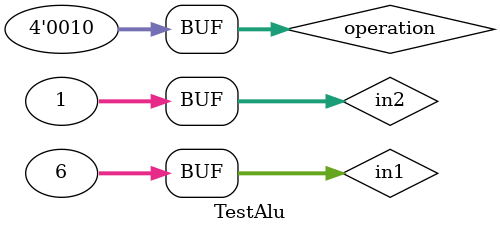
<source format=v>
`timescale 1ns / 1ps


module TestAlu;

	// Inputs
	reg [31:0] in1;
	reg [31:0] in2;
	reg [3:0] operation;

	// Outputs
	wire [31:0] out;
	wire zero;

	// Instantiate the Unit Under Test (UUT)
	ALU uut (
		.in1(in1), 
		.in2(in2), 
		.operation(operation), 
		.out(out), 
		.zero(zero)
	);

	initial begin
		// Initialize Inputs
		in1 = 0;
		in2 = 0;
		operation = 0;

		// Wait 100 ns for global reset to finish
		#100;
		in1 = 32'b110;
		in2 = 32'b001;
		operation = 4'b10;
		#100;
        
		// Add stimulus here

	end
      
endmodule


</source>
